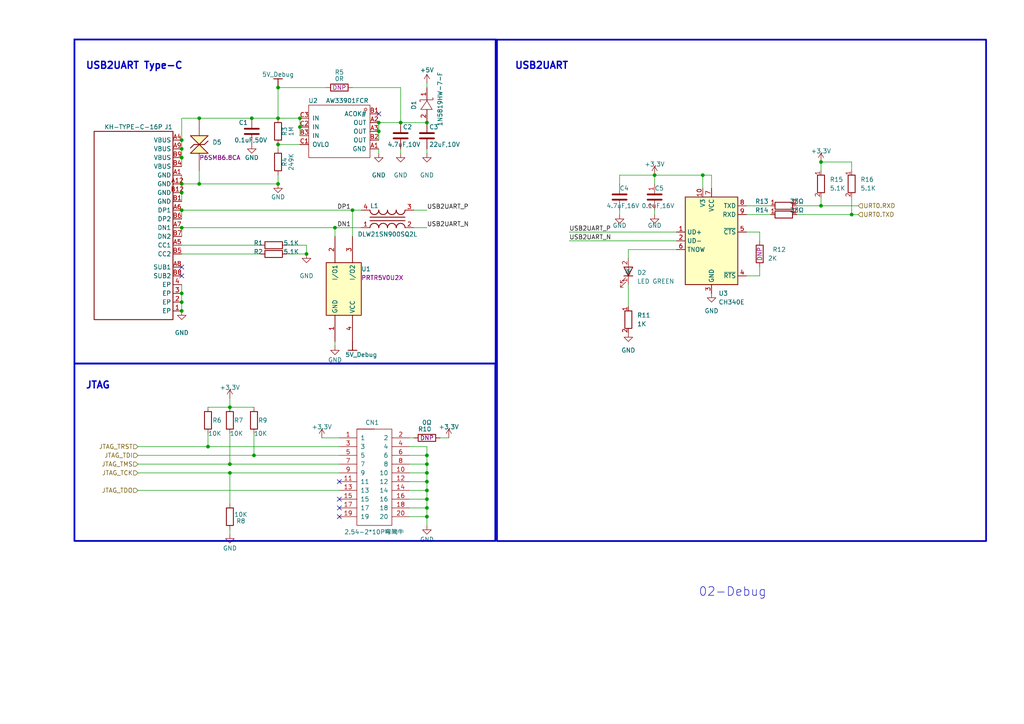
<source format=kicad_sch>
(kicad_sch (version 20230121) (generator eeschema)
  (paper "A4")
  (title_block (title "HPM6750 ADC EVK") (date "2023-5-25") (rev "A"))
  (lib_symbols
    (symbol "02_HPM_Resis:10K" (pin_numbers hide) (pin_names (offset 0))
      (property "Reference" "R" (at -3.81 0.635 0))
      (property "Value" "10K" (at 4.445 0.635 0))
      (symbol "10K_0_1"
        (rectangle (start 2.54 -1.016) (end -2.54 1.016) (stroke (width 0.254)))
      )
      (symbol "10K_1_1"
        (pin passive line (at -3.81 0 0) (length 1.27) (name "~") (number "1"))
        (pin passive line (at 3.81 0 180) (length 1.27) (name "~") (number "2"))
      )
    )
    (symbol "02_HPM_Resis:5.1K" (pin_numbers hide) (pin_names (offset 0))
      (property "Reference" "R" (at -3.81 0.635 0))
      (property "Value" "5.1K" (at 5.08 0.635 0))
      (symbol "5.1K_0_1"
        (rectangle (start 2.54 -1.016) (end -2.54 1.016) (stroke (width 0.254)))
      )
      (symbol "5.1K_1_1"
        (pin passive line (at -3.81 0 0) (length 1.27) (name "~") (number "1"))
        (pin passive line (at 3.81 0 180) (length 1.27) (name "~") (number "2"))
      )
    )
    (symbol "03_HPM_CAP:0.1uF,16V" (pin_names (offset 0.254))
      (property "Reference" "C" (at 0.635 2.54 0))
      (property "Value" "0.1uF,16V" (at 0.635 -2.54 0))
      (symbol "0.1uF,16V_0_1"
        (polyline (pts (xy -2.032 -0.762) (xy 2.032 -0.762)) (stroke (width 0.508)))
        (polyline (pts (xy -2.032 0.762) (xy 2.032 0.762)) (stroke (width 0.508)))
      )
      (symbol "0.1uF,16V_1_1"
        (pin passive line (at 0 3.81 270) (length 2.794) (name "~") (number "1"))
        (pin passive line (at 0 -3.81 90) (length 2.794) (name "~") (number "2"))
      )
    )
    (symbol "03_HPM_CAP:0.1uF,50V" (pin_numbers hide) (pin_names (offset 0.254))
      (property "Reference" "C" (at 0.635 2.54 0))
      (property "Value" "0.1uF,50V" (at 0.635 -2.54 0))
      (symbol "0.1uF,50V_0_1"
        (polyline (pts (xy -2.032 -0.762) (xy 2.032 -0.762)) (stroke (width 0.508)))
        (polyline (pts (xy -2.032 0.762) (xy 2.032 0.762)) (stroke (width 0.508)))
      )
      (symbol "0.1uF,50V_1_1"
        (pin passive line (at 0 3.81 270) (length 2.794) (name "~") (number "1"))
        (pin passive line (at 0 -3.81 90) (length 2.794) (name "~") (number "2"))
      )
    )
    (symbol "03_HPM_CAP:22uF,10V" (pin_numbers hide) (pin_names (offset 0.254))
      (property "Reference" "C" (at 0.635 2.54 0))
      (property "Value" "22uF,10V" (at 0.635 -2.54 0))
      (symbol "22uF,10V_0_1"
        (polyline (pts (xy -2.032 -0.762) (xy 2.032 -0.762)) (stroke (width 0.508)))
        (polyline (pts (xy -2.032 0.762) (xy 2.032 0.762)) (stroke (width 0.508)))
      )
      (symbol "22uF,10V_1_1"
        (pin passive line (at 0 3.81 270) (length 2.794) (name "~") (number "1"))
        (pin passive line (at 0 -3.81 90) (length 2.794) (name "~") (number "2"))
      )
    )
    (symbol "03_HPM_CAP:4.7uF,10V" (pin_numbers hide) (pin_names (offset 0.254))
      (property "Reference" "C" (at 0.635 2.54 0))
      (property "Value" "4.7uF,10V" (at 0.635 -2.54 0))
      (symbol "4.7uF,10V_0_1"
        (polyline (pts (xy -2.032 -0.762) (xy 2.032 -0.762)) (stroke (width 0.508)))
        (polyline (pts (xy -2.032 0.762) (xy 2.032 0.762)) (stroke (width 0.508)))
      )
      (symbol "4.7uF,10V_1_1"
        (pin passive line (at 0 3.81 270) (length 2.794) (name "~") (number "1"))
        (pin passive line (at 0 -3.81 90) (length 2.794) (name "~") (number "2"))
      )
    )
    (symbol "04_HPM_Diode: 1N5819HW-7-F" (pin_names (offset 1.016) hide)
      (property "Reference" "D" (at -10.16 3.175 0))
      (property "Value" " 1N5819HW-7-F" (at -0.635 3.175 0))
      (symbol " 1N5819HW-7-F_1_1"
        (polyline (pts (xy 1.27 1.524) (xy -1.27 0) (xy -1.27 0) (xy 1.27 -1.778) (xy 1.27 -1.778) (xy 1.27 1.524)))
        (polyline (pts (xy -2.032 1.524) (xy -2.032 1.778) (xy -2.032 1.778) (xy -1.524 1.778) (xy -1.524 1.778) (xy -1.524 -2.032) (xy -1.524 -2.032) (xy -1.016 -2.032) (xy -1.016 -2.032) (xy -1.016 -1.778)))
        (pin input line (at -5.08 0 0) (length 3.81) (name "K") (number "1"))
        (pin input line (at 5.08 0 180) (length 3.81) (name "A") (number "2"))
      )
    )
    (symbol "04_HPM_Diode:LED GREEN" (pin_names (offset 1.016))
      (property "Reference" "D" (at 0 2.54 0))
      (property "Value" "LED GREEN" (at 2.54 -2.54 0))
      (symbol "LED GREEN_0_1"
        (polyline (pts (xy -1.27 -1.27) (xy -1.27 1.27)) (stroke (width 0.254)))
        (polyline (pts (xy -1.27 0) (xy 1.27 0)))
        (polyline (pts (xy 1.27 -1.27) (xy 1.27 1.27) (xy -1.27 0) (xy 1.27 -1.27)) (stroke (width 0.254)))
        (polyline (pts (xy -3.048 -0.762) (xy -4.572 -2.286) (xy -3.81 -2.286) (xy -4.572 -2.286) (xy -4.572 -1.524)))
        (polyline (pts (xy -1.778 -0.762) (xy -3.302 -2.286) (xy -2.54 -2.286) (xy -3.302 -2.286) (xy -3.302 -1.524)))
      )
      (symbol "LED GREEN_1_1"
        (pin passive line (at -3.81 0 0) (length 2.54) (name "K") (number "1"))
        (pin passive line (at 3.81 0 180) (length 2.54) (name "A") (number "2"))
      )
    )
    (symbol "06_HPM_IC:AW33901FCR" (pin_names (offset 1.016))
      (property "Reference" "U" (at -7.62 8.89 0))
      (property "Value" "AW33901FCR" (at 0 8.89 0))
      (symbol "AW33901FCR_1_1"
        (rectangle (start -8.89 7.62) (end 8.89 -7.62))
        (circle (center 7.62 6.35) (radius 0.381))
        (pin input line (at 11.43 -5.08 180) (length 2.54) (name "GND") (number "A1"))
        (pin input line (at 11.43 2.54 180) (length 2.54) (name "OUT") (number "A2"))
        (pin input line (at 11.43 0 180) (length 2.54) (name "OUT") (number "A3"))
        (pin input line (at 11.43 5.08 180) (length 2.54) (name "ACOK#") (number "B1"))
        (pin input line (at 11.43 -2.54 180) (length 2.54) (name "OUT") (number "B2"))
        (pin input line (at -11.43 -1.27 0) (length 2.54) (name "IN") (number "B3"))
        (pin input line (at -11.43 -3.81 0) (length 2.54) (name "OVLO") (number "C1"))
        (pin input line (at -11.43 1.27 0) (length 2.54) (name "IN") (number "C2"))
        (pin input line (at -11.43 3.81 0) (length 2.54) (name "IN") (number "C3"))
      )
    )
    (symbol "07_HPM_L:DLW21SN900SQ2L"
      (property "Reference" "L" (at 0 0 0))
      (property "Value" "DLW21SN900SQ2L" (at 8.89 -9.525 0))
      (symbol "DLW21SN900SQ2L_1_0"
        (polyline (pts (xy 3.81 -5.588) (xy 13.97 -5.588)) (stroke (width 0.254)))
        (polyline (pts (xy 3.81 -4.572) (xy 13.97 -4.572)) (stroke (width 0.254)))
        (arc (start 3.81 -2.54) (mid 5.08 -3.8045) (end 6.35 -2.54) (stroke (width 0.254)))
        (arc (start 6.35 -7.62) (mid 5.08 -6.3555) (end 3.81 -7.62) (stroke (width 0.254)))
        (arc (start 6.35 -2.54) (mid 7.62 -3.8045) (end 8.89 -2.54) (stroke (width 0.254)))
        (arc (start 8.89 -7.62) (mid 7.62 -6.3555) (end 6.35 -7.62) (stroke (width 0.254)))
        (arc (start 8.89 -2.54) (mid 10.16 -3.8045) (end 11.43 -2.54) (stroke (width 0.254)))
        (arc (start 11.43 -7.62) (mid 10.16 -6.3555) (end 8.89 -7.62) (stroke (width 0.254)))
        (arc (start 11.43 -2.54) (mid 12.7 -3.8045) (end 13.97 -2.54) (stroke (width 0.254)))
        (arc (start 13.97 -7.62) (mid 12.7 -6.3555) (end 11.43 -7.62) (stroke (width 0.254)))
        (pin passive line (at 1.27 -7.62 0) (length 2.54) (name "") (number "1"))
        (pin passive line (at 16.51 -7.62 180) (length 2.54) (name "") (number "2"))
        (pin passive line (at 16.51 -2.54 180) (length 2.54) (name "") (number "3"))
        (pin passive line (at 1.27 -2.54 0) (length 2.54) (name "") (number "4"))
      )
    )
    (symbol "1HPM0531:KH-TYPE-C-16P"
      (property "Reference" "J" (at 21.59 1.27 0))
      (property "Value" "KH-TYPE-C-16P" (at 11.43 1.27 0))
      (symbol "KH-TYPE-C-16P_1_0"
        (rectangle (start 0 0) (end 22.86 -54.61) (stroke (width 0.254)))
        (pin passive line (at 25.4 -52.07 180) (length 2.54) (name "EP") (number "1"))
        (pin passive line (at 25.4 -49.53 180) (length 2.54) (name "EP") (number "2"))
        (pin passive line (at 25.4 -46.99 180) (length 2.54) (name "EP") (number "3"))
        (pin passive line (at 25.4 -44.45 180) (length 2.54) (name "EP") (number "4"))
        (pin passive line (at 25.4 -12.7 180) (length 2.54) (name "GND") (number "A1"))
        (pin passive line (at 25.4 -15.24 180) (length 2.54) (name "GND") (number "A12"))
        (pin passive line (at 25.4 -2.54 180) (length 2.54) (name "VBUS") (number "A4"))
        (pin passive line (at 25.4 -33.02 180) (length 2.54) (name "CC1") (number "A5"))
        (pin passive line (at 25.4 -22.86 180) (length 2.54) (name "DP1") (number "A6"))
        (pin passive line (at 25.4 -27.94 180) (length 2.54) (name "DN1") (number "A7"))
        (pin passive line (at 25.4 -39.37 180) (length 2.54) (name "SUB1") (number "A8"))
        (pin passive line (at 25.4 -5.08 180) (length 2.54) (name "VBUS") (number "A9"))
        (pin passive line (at 25.4 -20.32 180) (length 2.54) (name "GND") (number "B1"))
        (pin passive line (at 25.4 -17.78 180) (length 2.54) (name "GND") (number "B12"))
        (pin passive line (at 25.4 -10.16 180) (length 2.54) (name "VBUS") (number "B4"))
        (pin passive line (at 25.4 -35.56 180) (length 2.54) (name "CC2") (number "B5"))
        (pin passive line (at 25.4 -25.4 180) (length 2.54) (name "DP2") (number "B6"))
        (pin passive line (at 25.4 -30.48 180) (length 2.54) (name "DN2") (number "B7"))
        (pin passive line (at 25.4 -41.91 180) (length 2.54) (name "SUB2") (number "B8"))
        (pin passive line (at 25.4 -7.62 180) (length 2.54) (name "VBUS") (number "B9"))
      )
    )
    (symbol "1HPM0531:Z-231011820106" (pin_names (offset 1.016))
      (property "Reference" "CN" (at 0 0 0))
      (property "Value" "Z-231011820106" (at 0 0 0))
      (symbol "Z-231011820106_1_1"
        (rectangle (start -5.08 -13.97) (end 5.08 13.97))
        (polyline (pts (xy -5.08 13.97) (xy 0 13.97)))
        (pin input line (at -10.16 11.43 0) (length 5.08) (name "1") (number "1"))
        (pin input line (at 10.16 1.27 180) (length 5.08) (name "10") (number "10"))
        (pin input line (at -10.16 -1.27 0) (length 5.08) (name "11") (number "11"))
        (pin input line (at 10.16 -1.27 180) (length 5.08) (name "12") (number "12"))
        (pin input line (at -10.16 -3.81 0) (length 5.08) (name "13") (number "13"))
        (pin input line (at 10.16 -3.81 180) (length 5.08) (name "14") (number "14"))
        (pin input line (at -10.16 -6.35 0) (length 5.08) (name "15") (number "15"))
        (pin input line (at 10.16 -6.35 180) (length 5.08) (name "16") (number "16"))
        (pin input line (at -10.16 -8.89 0) (length 5.08) (name "17") (number "17"))
        (pin input line (at 10.16 -8.89 180) (length 5.08) (name "18") (number "18"))
        (pin input line (at -10.16 -11.43 0) (length 5.08) (name "19") (number "19"))
        (pin input line (at 10.16 11.43 180) (length 5.08) (name "2") (number "2"))
        (pin input line (at 10.16 -11.43 180) (length 5.08) (name "20") (number "20"))
        (pin input line (at -10.16 8.89 0) (length 5.08) (name "3") (number "3"))
        (pin input line (at 10.16 8.89 180) (length 5.08) (name "4") (number "4"))
        (pin input line (at -10.16 6.35 0) (length 5.08) (name "5") (number "5"))
        (pin input line (at 10.16 6.35 180) (length 5.08) (name "6") (number "6"))
        (pin input line (at -10.16 3.81 0) (length 5.08) (name "7") (number "7"))
        (pin input line (at 10.16 3.81 180) (length 5.08) (name "8") (number "8"))
        (pin input line (at -10.16 1.27 0) (length 5.08) (name "9") (number "9"))
      )
    )
    (symbol "456-altium-import:3_mirrored_PRTR5V0U2X"
      (property "Value" "3_mirrored_PRTR5V0U2X" (at 0 0 0))
      (symbol "3_mirrored_PRTR5V0U2X_1_0"
        (rectangle (start 10.16 0) (end 0 -15.24) (stroke (width 0.254)) (fill (type background)))
        (pin passive line (at 2.54 -22.86 90) (length 7.62) (name "GND") (number "1"))
        (pin passive line (at 2.54 7.62 270) (length 7.62) (name "I/O1") (number "2"))
        (pin passive line (at 7.62 7.62 270) (length 7.62) (name "I/O2") (number "3"))
        (pin passive line (at 7.62 -22.86 90) (length 7.62) (name "VCC") (number "4"))
      )
    )
    (symbol "456-altium-import:5V_Debug" (power)
      (property "Reference" "#PWR" (at 0 0 0))
      (property "Value" "5V_Debug" (at 0 3.81 0))
      (symbol "5V_Debug_0_0"
        (polyline (pts (xy -1.27 -2.54) (xy 1.27 -2.54)) (stroke (width 0.254)))
        (polyline (pts (xy 0 0) (xy 0 -2.54)) (stroke (width 0.254)))
        (pin power_in line (at 0 0 0) (length 0) hide (name "5V_Debug") (number ""))
      )
    )
    (symbol "5.1K_3" (pin_names (offset 0))
      (property "Reference" "R" (at -3.81 0.635 0))
      (property "Value" "5.1K_3" (at 5.08 0.635 0))
      (symbol "5.1K_3_0_1"
        (rectangle (start 2.54 -1.016) (end -2.54 1.016) (stroke (width 0.254)))
      )
      (symbol "5.1K_3_1_1"
        (pin passive line (at -3.81 0 0) (length 1.27) (name "~") (number "1"))
        (pin passive line (at 3.81 0 180) (length 1.27) (name "~") (number "2"))
      )
    )
    (symbol "5.1K_4" (pin_names (offset 0))
      (property "Reference" "R" (at -3.81 0.635 0))
      (property "Value" "5.1K_4" (at 5.08 0.635 0))
      (symbol "5.1K_4_0_1"
        (rectangle (start 2.54 -1.016) (end -2.54 1.016) (stroke (width 0.254)))
      )
      (symbol "5.1K_4_1_1"
        (pin passive line (at -3.81 0 0) (length 1.27) (name "~") (number "1"))
        (pin passive line (at 3.81 0 180) (length 1.27) (name "~") (number "2"))
      )
    )
    (symbol "5.1K_5" (pin_names (offset 0))
      (property "Reference" "R" (at -3.81 0.635 0))
      (property "Value" "5.1K_5" (at 5.08 0.635 0))
      (symbol "5.1K_5_0_1"
        (rectangle (start 2.54 -1.016) (end -2.54 1.016) (stroke (width 0.254)))
      )
      (symbol "5.1K_5_1_1"
        (pin passive line (at -3.81 0 0) (length 1.27) (name "~") (number "1"))
        (pin passive line (at 3.81 0 180) (length 1.27) (name "~") (number "2"))
      )
    )
    (symbol "5.1K_6" (pin_names (offset 0))
      (property "Reference" "R" (at -3.81 0.635 0))
      (property "Value" "5.1K_6" (at 5.08 0.635 0))
      (symbol "5.1K_6_0_1"
        (rectangle (start 2.54 -1.016) (end -2.54 1.016) (stroke (width 0.254)))
      )
      (symbol "5.1K_6_1_1"
        (pin passive line (at -3.81 0 0) (length 1.27) (name "~") (number "1"))
        (pin passive line (at 3.81 0 180) (length 1.27) (name "~") (number "2"))
      )
    )
    (symbol "5.1K_7" (pin_names (offset 0))
      (property "Reference" "R" (at -3.81 0.635 0))
      (property "Value" "5.1K_7" (at 5.08 0.635 0))
      (symbol "5.1K_7_0_1"
        (rectangle (start 2.54 -1.016) (end -2.54 1.016) (stroke (width 0.254)))
      )
      (symbol "5.1K_7_1_1"
        (pin passive line (at -3.81 0 0) (length 1.27) (name "~") (number "1"))
        (pin passive line (at 3.81 0 180) (length 1.27) (name "~") (number "2"))
      )
    )
    (symbol "Device:R" (pin_numbers hide) (pin_names (offset 0))
      (property "Reference" "R" (at 2.032 0 90))
      (property "Value" "R" (at 0 0 90))
      (symbol "R_0_1"
        (rectangle (start -1.016 -2.54) (end 1.016 2.54) (stroke (width 0.254)))
      )
      (symbol "R_1_1"
        (pin passive line (at 0 3.81 270) (length 1.27) (name "~") (number "1"))
        (pin passive line (at 0 -3.81 90) (length 1.27) (name "~") (number "2"))
      )
    )
    (symbol "Interface_USB:CH340E"
      (property "Reference" "U" (at -5.08 13.97 0))
      (property "Value" "CH340E" (at 1.27 13.97 0))
      (symbol "CH340E_0_1"
        (rectangle (start -7.62 12.7) (end 7.62 -12.7) (stroke (width 0.254)) (fill (type background)))
      )
      (symbol "CH340E_1_1"
        (pin bidirectional line (at -10.16 2.54 0) (length 2.54) (name "UD+") (number "1"))
        (pin passive line (at -2.54 15.24 270) (length 2.54) (name "V3") (number "10"))
        (pin bidirectional line (at -10.16 0 0) (length 2.54) (name "UD-") (number "2"))
        (pin power_in line (at 0 -15.24 90) (length 2.54) (name "GND") (number "3"))
        (pin output line (at 10.16 -10.16 180) (length 2.54) (name "~{RTS}") (number "4"))
        (pin input line (at 10.16 2.54 180) (length 2.54) (name "~{CTS}") (number "5"))
        (pin output line (at -10.16 -2.54 0) (length 2.54) (name "TNOW") (number "6"))
        (pin power_in line (at 0 15.24 270) (length 2.54) (name "VCC") (number "7"))
        (pin output line (at 10.16 10.16 180) (length 2.54) (name "TXD") (number "8"))
        (pin input line (at 10.16 7.62 180) (length 2.54) (name "RXD") (number "9"))
      )
    )
    (symbol "lc_Diode:SMB/DO-214AA_P6SMB6.8CA" (pin_numbers hide) (pin_names (offset 1.016) hide)
      (property "Reference" "D" (at -0.0254 1.27 0))
      (property "Comment" "P6SMB6.8CA" (at 3.7846 1.27 0))
      (symbol "SMB/DO-214AA_P6SMB6.8CA_1_1"
        (polyline (pts (xy 5.08 -5.08) (xy 7.62 -2.54) (xy 5.08 0) (xy 5.08 -5.08)) (stroke (width 0.254)) (fill (type background)))
        (polyline (pts (xy 8.636 -5.08) (xy 7.62 -4.064) (xy 7.62 -1.016) (xy 6.604 0)) (stroke (width 0.254)))
        (polyline (pts (xy 10.16 -5.08) (xy 7.62 -2.54) (xy 10.16 0) (xy 10.16 -5.08)) (stroke (width 0.254)) (fill (type background)))
        (pin passive line (at 0 -2.54 0) (length 5.08) (name "A") (number "1"))
        (pin passive line (at 15.24 -2.54 180) (length 5.08) (name "K") (number "2"))
      )
    )
    (symbol "power:+3.3V" (power) (pin_names (offset 0))
      (property "Value" "+3.3V" (at 0 3.556 0))
      (symbol "+3.3V_0_1"
        (polyline (pts (xy -0.762 1.27) (xy 0 2.54)))
        (polyline (pts (xy 0 0) (xy 0 2.54)))
        (polyline (pts (xy 0 2.54) (xy 0.762 1.27)))
      )
      (symbol "+3.3V_1_1"
        (pin power_in line (at 0 0 90) (length 0) hide (name "+3.3V") (number "1"))
      )
    )
    (symbol "power:+5V" (power) (pin_names (offset 0))
      (property "Value" "+5V" (at 0 3.556 0))
      (symbol "+5V_0_1"
        (polyline (pts (xy -0.762 1.27) (xy 0 2.54)))
        (polyline (pts (xy 0 0) (xy 0 2.54)))
        (polyline (pts (xy 0 2.54) (xy 0.762 1.27)))
      )
      (symbol "+5V_1_1"
        (pin power_in line (at 0 0 90) (length 0) hide (name "+5V") (number "1"))
      )
    )
    (symbol "power:GND" (power) (pin_names (offset 0))
      (property "Value" "GND" (at 0 -3.81 0))
      (symbol "GND_0_1"
        (polyline (pts (xy 0 0) (xy 0 -1.27) (xy 1.27 -1.27) (xy 0 -2.54) (xy -1.27 -1.27) (xy 0 -1.27)))
      )
      (symbol "GND_1_1"
        (pin power_in line (at 0 0 270) (length 0) hide (name "GND") (number "1"))
      )
    )
  )
  (junction (at 123.825 147.32))
  (junction (at 52.705 43.18))
  (junction (at 88.9 73.66))
  (junction (at 66.675 118.11))
  (junction (at 80.645 25.4))
  (junction (at 123.825 144.78))
  (junction (at 109.855 35.56))
  (junction (at 102.235 60.96))
  (junction (at 52.705 45.72))
  (junction (at 123.825 142.24))
  (junction (at 52.705 85.09))
  (junction (at 123.825 35.56))
  (junction (at 80.645 34.29))
  (junction (at 73.025 34.29))
  (junction (at 123.825 132.08))
  (junction (at 73.66 132.08))
  (junction (at 123.825 149.86))
  (junction (at 57.785 34.29))
  (junction (at 123.825 134.62))
  (junction (at 66.675 137.16))
  (junction (at 52.705 87.63))
  (junction (at 57.785 53.34))
  (junction (at 238.125 46.99))
  (junction (at 238.125 59.69))
  (junction (at 86.995 34.29))
  (junction (at 97.155 66.04))
  (junction (at 80.645 41.91))
  (junction (at 116.205 35.56))
  (junction (at 60.325 129.54))
  (junction (at 123.825 139.7))
  (junction (at 52.705 53.34))
  (junction (at 52.705 60.96))
  (junction (at 52.705 55.88))
  (junction (at 80.645 53.34))
  (junction (at 52.705 66.04))
  (junction (at 66.675 134.62))
  (junction (at 52.705 90.17))
  (junction (at 123.825 137.16))
  (junction (at 52.705 40.64))
  (junction (at 247.015 62.23))
  (junction (at 189.865 50.8))
  (junction (at 109.855 38.1))
  (junction (at 86.995 36.83))
  (junction (at 203.835 50.8))
  (no_connect (at 52.705 80.01))
  (no_connect (at 98.425 144.78))
  (no_connect (at 98.425 147.32))
  (no_connect (at 98.425 149.86))
  (no_connect (at 109.855 33.02))
  (no_connect (at 98.425 139.7))
  (no_connect (at 52.705 77.47))
  (wire (pts (xy 206.375 50.8) (xy 206.375 54.61)))
  (wire (pts (xy 123.825 147.32) (xy 123.825 149.86)))
  (wire (pts (xy 73.66 132.08) (xy 73.66 125.73)))
  (wire (pts (xy 52.705 48.26) (xy 52.705 45.72)))
  (wire (pts (xy 123.825 132.08) (xy 123.825 134.62)))
  (wire (pts (xy 216.535 67.31) (xy 220.345 67.31)))
  (wire (pts (xy 118.745 132.08) (xy 123.825 132.08)))
  (wire (pts (xy 60.325 118.11) (xy 66.675 118.11)))
  (wire (pts (xy 52.705 87.63) (xy 52.705 90.17)))
  (wire (pts (xy 123.825 25.4) (xy 123.825 24.13)))
  (wire (pts (xy 60.325 129.54) (xy 60.325 125.73)))
  (wire (pts (xy 123.825 134.62) (xy 123.825 137.16)))
  (wire (pts (xy 80.645 25.4) (xy 94.615 25.4)))
  (wire (pts (xy 66.675 134.62) (xy 98.425 134.62)))
  (wire (pts (xy 66.675 125.73) (xy 66.675 134.62)))
  (wire (pts (xy 52.705 82.55) (xy 52.705 85.09)))
  (wire (pts (xy 109.855 35.56) (xy 116.205 35.56)))
  (wire (pts (xy 238.125 57.15) (xy 238.125 59.69)))
  (wire (pts (xy 40.005 132.08) (xy 73.66 132.08)))
  (wire (pts (xy 66.675 137.16) (xy 98.425 137.16)))
  (wire (pts (xy 182.245 72.39) (xy 182.245 74.93)))
  (wire (pts (xy 57.785 34.29) (xy 73.025 34.29)))
  (wire (pts (xy 127.635 127) (xy 130.175 127)))
  (wire (pts (xy 57.785 49.53) (xy 57.785 53.34)))
  (wire (pts (xy 123.825 44.45) (xy 123.825 43.18)))
  (wire (pts (xy 203.835 50.8) (xy 206.375 50.8)))
  (wire (pts (xy 118.745 137.16) (xy 123.825 137.16)))
  (wire (pts (xy 66.675 115.57) (xy 66.675 118.11)))
  (wire (pts (xy 123.825 137.16) (xy 123.825 139.7)))
  (wire (pts (xy 52.705 55.88) (xy 52.705 58.42)))
  (wire (pts (xy 116.205 35.56) (xy 123.825 35.56)))
  (wire (pts (xy 86.995 34.29) (xy 86.995 36.83)))
  (wire (pts (xy 52.705 60.96) (xy 102.235 60.96)))
  (wire (pts (xy 118.745 139.7) (xy 123.825 139.7)))
  (wire (pts (xy 179.705 50.8) (xy 189.865 50.8)))
  (wire (pts (xy 116.205 25.4) (xy 116.205 35.56)))
  (wire (pts (xy 60.325 129.54) (xy 98.425 129.54)))
  (wire (pts (xy 52.705 66.04) (xy 52.705 68.58)))
  (wire (pts (xy 52.705 85.09) (xy 52.705 87.63)))
  (wire (pts (xy 80.645 41.91) (xy 86.995 41.91)))
  (wire (pts (xy 118.745 144.78) (xy 123.825 144.78)))
  (wire (pts (xy 123.825 139.7) (xy 123.825 142.24)))
  (wire (pts (xy 66.675 154.94) (xy 66.675 153.67)))
  (wire (pts (xy 220.345 80.01) (xy 216.535 80.01)))
  (wire (pts (xy 66.675 137.16) (xy 66.675 146.05)))
  (wire (pts (xy 248.92 62.23) (xy 247.015 62.23)))
  (wire (pts (xy 109.855 40.64) (xy 109.855 38.1)))
  (wire (pts (xy 203.835 54.61) (xy 203.835 50.8)))
  (wire (pts (xy 80.645 25.4) (xy 80.645 34.29)))
  (wire (pts (xy 189.865 60.96) (xy 189.865 62.23)))
  (wire (pts (xy 120.015 127) (xy 118.745 127)))
  (wire (pts (xy 123.825 152.4) (xy 123.825 149.86)))
  (wire (pts (xy 52.705 34.29) (xy 57.785 34.29)))
  (wire (pts (xy 73.025 34.29) (xy 80.645 34.29)))
  (wire (pts (xy 52.705 40.64) (xy 52.705 34.29)))
  (wire (pts (xy 231.14 59.69) (xy 238.125 59.69)))
  (wire (pts (xy 102.235 60.96) (xy 102.235 68.58)))
  (wire (pts (xy 120.015 60.96) (xy 123.825 60.96)))
  (wire (pts (xy 223.52 62.23) (xy 216.535 62.23)))
  (wire (pts (xy 52.705 60.96) (xy 52.705 63.5)))
  (wire (pts (xy 97.155 100.33) (xy 97.155 99.06)))
  (wire (pts (xy 109.855 38.1) (xy 109.855 35.56)))
  (wire (pts (xy 102.235 60.96) (xy 104.775 60.96)))
  (wire (pts (xy 52.705 66.04) (xy 97.155 66.04)))
  (wire (pts (xy 123.825 142.24) (xy 123.825 144.78)))
  (wire (pts (xy 189.865 50.8) (xy 189.865 53.34)))
  (wire (pts (xy 57.785 53.34) (xy 80.645 53.34)))
  (wire (pts (xy 165.1 67.31) (xy 196.215 67.31)))
  (wire (pts (xy 223.52 59.69) (xy 216.535 59.69)))
  (wire (pts (xy 80.645 34.29) (xy 86.995 34.29)))
  (wire (pts (xy 247.015 57.15) (xy 247.015 62.23)))
  (wire (pts (xy 231.14 62.23) (xy 247.015 62.23)))
  (wire (pts (xy 86.995 36.83) (xy 86.995 39.37)))
  (wire (pts (xy 80.645 50.8) (xy 80.645 53.34)))
  (wire (pts (xy 165.1 69.85) (xy 196.215 69.85)))
  (wire (pts (xy 220.345 77.47) (xy 220.345 80.01)))
  (wire (pts (xy 118.745 142.24) (xy 123.825 142.24)))
  (wire (pts (xy 182.245 88.9) (xy 182.245 82.55)))
  (wire (pts (xy 179.705 53.34) (xy 179.705 50.8)))
  (wire (pts (xy 52.705 50.8) (xy 52.705 53.34)))
  (wire (pts (xy 97.155 66.04) (xy 104.775 66.04)))
  (wire (pts (xy 93.345 127) (xy 98.425 127)))
  (wire (pts (xy 118.745 129.54) (xy 123.825 129.54)))
  (wire (pts (xy 118.745 147.32) (xy 123.825 147.32)))
  (wire (pts (xy 247.015 46.99) (xy 247.015 49.53)))
  (wire (pts (xy 52.705 45.72) (xy 52.705 43.18)))
  (wire (pts (xy 88.9 71.12) (xy 88.9 73.66)))
  (wire (pts (xy 238.125 46.99) (xy 247.015 46.99)))
  (wire (pts (xy 196.215 72.39) (xy 182.245 72.39)))
  (wire (pts (xy 179.705 60.96) (xy 179.705 62.23)))
  (wire (pts (xy 238.125 46.99) (xy 238.125 49.53)))
  (wire (pts (xy 118.745 134.62) (xy 123.825 134.62)))
  (wire (pts (xy 102.235 25.4) (xy 116.205 25.4)))
  (wire (pts (xy 83.185 71.12) (xy 88.9 71.12)))
  (wire (pts (xy 120.015 66.04) (xy 123.825 66.04)))
  (wire (pts (xy 248.92 59.69) (xy 238.125 59.69)))
  (wire (pts (xy 80.645 43.18) (xy 80.645 41.91)))
  (wire (pts (xy 73.66 132.08) (xy 98.425 132.08)))
  (wire (pts (xy 116.205 44.45) (xy 116.205 43.18)))
  (wire (pts (xy 83.185 73.66) (xy 88.9 73.66)))
  (wire (pts (xy 40.005 134.62) (xy 66.675 134.62)))
  (wire (pts (xy 73.66 118.11) (xy 66.675 118.11)))
  (wire (pts (xy 189.865 50.8) (xy 203.835 50.8)))
  (wire (pts (xy 123.825 149.86) (xy 118.745 149.86)))
  (wire (pts (xy 109.855 44.45) (xy 109.855 43.18)))
  (wire (pts (xy 97.155 66.04) (xy 97.155 68.58)))
  (wire (pts (xy 40.005 137.16) (xy 66.675 137.16)))
  (wire (pts (xy 123.825 144.78) (xy 123.825 147.32)))
  (wire (pts (xy 40.005 142.24) (xy 98.425 142.24)))
  (wire (pts (xy 123.825 129.54) (xy 123.825 132.08)))
  (wire (pts (xy 52.705 43.18) (xy 52.705 40.64)))
  (wire (pts (xy 220.345 67.31) (xy 220.345 69.85)))
  (wire (pts (xy 52.705 73.66) (xy 75.565 73.66)))
  (wire (pts (xy 52.705 53.34) (xy 52.705 55.88)))
  (wire (pts (xy 52.705 71.12) (xy 75.565 71.12)))
  (wire (pts (xy 40.005 129.54) (xy 60.325 129.54)))
  (wire (pts (xy 52.705 53.34) (xy 57.785 53.34)))
  (rectangle (start 21.59 105.4608) (end 143.6624 156.8958) (stroke (width 0.5)))
  (rectangle (start 21.59 11.4554) (end 143.764 105.4354) (stroke (width 0.5)))
  (rectangle (start 144.145 11.5062) (end 286.004 156.9212) (stroke (width 0.5)))
  (text "USB2UART" (at 149.225 20.32 0) (effects (font (size 2 2) (thickness 0.4) bold) (justify left bottom)))
  (text "02-Debug" (at 202.5904 173.2534 0) (effects (font (size 2.54 2.54)) (justify left bottom)))
  (text "USB2UART Type-C" (at 24.765 20.32 0) (effects (font (size 2 2) (thickness 0.4) bold) (justify left bottom)))
  (text "JTAG" (at 24.765 113.03 0) (effects (font (size 2 2) (thickness 0.4) bold) (justify left bottom)))
  (label "USB2UART_P" (at 165.1 67.31 0))
  (label "USB2UART_N" (at 123.825 66.04 0))
  (label "USB2UART_N" (at 165.1 69.85 0))
  (label "DN1" (at 97.79 66.04 0))
  (label "DP1" (at 97.79 60.96 0))
  (label "USB2UART_P" (at 123.825 60.96 0))
  (hierarchical_label "JTAG_TRST" (shape input) (at 40.005 129.54 180))
  (hierarchical_label "JTAG_TCK" (shape input) (at 40.005 137.16 180))
  (hierarchical_label "JTAG_TMS" (shape input) (at 40.005 134.62 180))
  (hierarchical_label "JTAG_TDO" (shape input) (at 40.005 142.24 180))
  (hierarchical_label "URT0.RXD" (shape input) (at 248.92 59.69 0))
  (hierarchical_label "JTAG_TDI" (shape input) (at 40.005 132.08 180))
  (hierarchical_label "URT0.TXD" (shape input) (at 248.92 62.23 0))
  (symbol (lib_name "5.1K_7") (lib_id "02_HPM_Resis:5.1K") (at 182.245 92.71 270) (unit 1)
    (property "Reference" "R11" (at 184.785 91.44 90) (effects (justify left)))
    (property "Value" "1K" (at 184.785 93.98 90) (effects (justify left)))
    (property "Footprint" "02_HPM_Resis:R_0402_1005Metric" (effects hide))
    (instances (project "HPM5300_ADC_EVK_RevB" (path "" (reference "R11") (unit 1))) (project "Four_Servo_HPM6280_MB" (path "" (reference "R37") (unit 1))))
  )
  (symbol (lib_id "power:GND") (at 88.9 73.66 0) (unit 1)
    (property "Reference" "#PWR06" (effects hide))
    (property "Value" "GND" (at 88.9 80.01 0))
    (instances (project "HPM5300_ADC_EVK_RevB" (path "" (reference "#PWR06") (unit 1))) (project "Four_Servo_HPM6280_MB" (path "" (reference "#PWR064") (unit 1))))
  )
  (symbol (lib_id "02_HPM_Resis:10K") (at 80.645 46.99 90) (unit 1)
    (property "Reference" "R4" (at 82.55 46.99 0))
    (property "Value" "249K" (at 84.455 46.99 0))
    (property "Footprint" "02_HPM_Resis:R_0402_1005Metric" (effects hide))
    (instances (project "HPM5300_ADC_EVK_RevB" (path "" (reference "R4") (unit 1))) (project "Four_Servo_HPM6280_MB" (path "" (reference "R32") (unit 1))))
  )
  (symbol (lib_id "power:GND") (at 97.155 100.33 0) (unit 1)
    (property "Reference" "#PWR07" (effects hide))
    (property "Value" "GND" (at 97.1655 104.4038 0))
    (instances (project "HPM5300_ADC_EVK_RevB" (path "" (reference "#PWR07") (unit 1))) (project "Four_Servo_HPM6280_MB" (path "" (reference "#PWR065") (unit 1))))
  )
  (symbol (lib_id "power:GND") (at 123.825 152.4 0) (unit 1)
    (property "Reference" "#PWR016" (effects hide))
    (property "Value" "GND" (at 123.8355 156.4738 0))
    (instances (project "HPM5300_ADC_EVK_RevB" (path "" (reference "#PWR016") (unit 1))) (project "Four_Servo_HPM6280_MB" (path "" (reference "#PWR065") (unit 1))))
  )
  (symbol (lib_id "03_HPM_CAP:22uF,10V") (at 123.825 39.37 0) (unit 1)
    (property "Reference" "C3" (at 124.46 36.83 0) (effects (justify left)))
    (property "Value" "22uF,10V" (at 124.46 41.91 0) (effects (justify left)))
    (property "Footprint" "03_HPM_CAP:C_0805_2012Metric" (effects hide))
    (instances (project "HPM5300_ADC_EVK_RevB" (path "" (reference "C3") (unit 1))) (project "Four_Servo_HPM6280_MB" (path "" (reference "C40") (unit 1))))
  )
  (symbol (lib_id "Device:R") (at 123.825 127 90) (unit 1)
    (property "Reference" "R10" (at 123.19 124.46 90))
    (property "Value" "0Ω" (at 123.825 122.555 90))
    (property "Footprint" "Resistor_SMD:R_0402_1005Metric" (effects hide))
    (property "DNP" "DNP" (at 123.825 127 90))
    (instances (project "HPM5300_ADC_EVK_RevB" (path "" (reference "R10") (unit 1))) (project "Four_Servo_HPM6280_MB" (path "" (reference "R39") (unit 1))))
  )
  (symbol (lib_id "03_HPM_CAP:4.7uF,10V") (at 179.705 57.15 0) (unit 1)
    (property "Reference" "C4" (at 179.705 54.61 0) (effects (justify left)))
    (property "Value" "4.7uF,16V" (at 175.895 59.69 0) (effects (justify left)))
    (property "Footprint" "03_HPM_CAP:C_0402_1005Metric" (effects hide))
    (instances (project "HPM5300_ADC_EVK_RevB" (path "" (reference "C4") (unit 1))) (project "Four_Servo_HPM6280_MB" (path "" (reference "C32") (unit 1))))
  )
  (symbol (lib_id "07_HPM_L:DLW21SN900SQ2L") (at 103.505 58.42 0) (unit 1)
    (property "Reference" "L1" (at 108.585 59.69 0))
    (property "Value" "DLW21SN900SQ2L" (at 112.395 67.945 0))
    (property "Footprint" "04_HPM_Diode:SMD_4P_DLW21H" (effects hide))
    (instances (project "HPM5300_ADC_EVK_RevB" (path "" (reference "L1") (unit 1))) (project "Four_Servo_HPM6280_MB" (path "" (reference "L4") (unit 1))))
  )
  (symbol (lib_id "power:GND") (at 179.705 62.23 0) (unit 1)
    (property "Reference" "#PWR018" (effects hide))
    (property "Value" "GND" (at 179.705 65.405 0))
    (instances (project "HPM5300_ADC_EVK_RevB" (path "" (reference "#PWR018") (unit 1))) (project "Four_Servo_HPM6280_MB" (path "" (reference "#PWR073") (unit 1))))
  )
  (symbol (lib_id "456-altium-import:5V_Debug") (at 80.645 25.4 180) (unit 1)
    (property "Reference" "#PWR04" (effects hide))
    (property "Value" "5V_Debug" (at 80.645 21.59 0))
    (instances (project "HPM5300_ADC_EVK_RevB" (path "" (reference "#PWR04") (unit 1))) (project "Four_Servo_HPM6280_MB" (path "" (reference "#PWR060") (unit 1))))
  )
  (symbol (lib_id "power:GND") (at 182.245 96.52 0) (unit 1)
    (property "Reference" "#PWR019" (effects hide))
    (property "Value" "GND" (at 182.245 101.6 0))
    (instances (project "HPM5300_ADC_EVK_RevB" (path "" (reference "#PWR019") (unit 1))) (project "Four_Servo_HPM6280_MB" (path "" (reference "#PWR074") (unit 1))))
  )
  (symbol (lib_id "02_HPM_Resis:5.1K") (at 79.375 71.12 0) (unit 1)
    (property "Reference" "R1" (at 74.93 70.485 0))
    (property "Value" "5.1K" (at 84.455 70.485 0))
    (property "Footprint" "02_HPM_Resis:R_0402_1005Metric" (effects hide))
    (instances (project "HPM5300_ADC_EVK_RevB" (path "" (reference "R1") (unit 1))) (project "Four_Servo_HPM6280_MB" (path "" (reference "R29") (unit 1))))
  )
  (symbol (lib_id "power:GND") (at 80.645 53.34 0) (unit 1)
    (property "Reference" "#PWR03" (effects hide))
    (property "Value" "GND" (at 80.645 57.15 0))
    (instances (project "HPM5300_ADC_EVK_RevB" (path "" (reference "#PWR03") (unit 1))) (project "Four_Servo_HPM6280_MB" (path "" (reference "#PWR059") (unit 1))))
  )
  (symbol (lib_id "power:GND") (at 66.675 154.94 0) (unit 1)
    (property "Reference" "#PWR014" (effects hide))
    (property "Value" "GND" (at 66.6855 159.0138 0))
    (instances (project "HPM5300_ADC_EVK_RevB" (path "" (reference "#PWR014") (unit 1))) (project "Four_Servo_HPM6280_MB" (path "" (reference "#PWR065") (unit 1))))
  )
  (symbol (lib_id "power:GND") (at 116.205 44.45 0) (unit 1)
    (property "Reference" "#PWR010" (effects hide))
    (property "Value" "GND" (at 116.205 50.8 0))
    (instances (project "HPM5300_ADC_EVK_RevB" (path "" (reference "#PWR010") (unit 1))) (project "Four_Servo_HPM6280_MB" (path "" (reference "#PWR068") (unit 1))))
  )
  (symbol (lib_id "power:+3.3V") (at 93.345 127 0) (unit 1)
    (property "Reference" "#PWR076" (effects hide))
    (property "Value" "+3.3V" (at 93.345 123.825 0))
    (instances (project "HPM5300_ADC_EVK_RevB" (path "" (reference "#PWR076") (unit 1)) (path "" (reference "#PWR024") (unit 1))))
  )
  (symbol (lib_id "power:+5V") (at 123.825 24.13 0) (unit 1)
    (property "Reference" "#PWR012" (effects hide))
    (property "Value" "+5V" (at 123.825 20.32 0))
    (instances (project "HPM5300_ADC_EVK_RevB" (path "" (reference "#PWR012") (unit 1))) (project "Four_Servo_HPM6280_MB" (path "" (reference "#PWR076") (unit 1))))
  )
  (symbol (lib_id "power:GND") (at 73.025 41.91 0) (unit 1)
    (property "Reference" "#PWR02" (effects hide))
    (property "Value" "GND" (at 73.025 45.72 0))
    (instances (project "HPM5300_ADC_EVK_RevB" (path "" (reference "#PWR02") (unit 1))) (project "Four_Servo_HPM6280_MB" (path "" (reference "#PWR058") (unit 1))))
  )
  (symbol (lib_name "5.1K_5") (lib_id "02_HPM_Resis:5.1K") (at 238.125 53.34 270) (unit 1)
    (property "Reference" "R15" (at 240.665 52.0699 90) (effects (justify left)))
    (property "Value" "5.1K" (at 240.665 54.6099 90) (effects (justify left)))
    (property "Footprint" "02_HPM_Resis:R_0402_1005Metric" (effects hide))
    (instances (project "HPM5300_ADC_EVK_RevB" (path "" (reference "R15") (unit 1))) (project "Four_Servo_HPM6280_MB" (path "" (reference "R48") (unit 1))))
  )
  (symbol (lib_id "02_HPM_Resis:5.1K") (at 79.375 73.66 0) (unit 1)
    (property "Reference" "R2" (at 74.93 73.025 0))
    (property "Value" "5.1K" (at 84.455 73.025 0))
    (property "Footprint" "02_HPM_Resis:R_0402_1005Metric" (effects hide))
    (instances (project "HPM5300_ADC_EVK_RevB" (path "" (reference "R2") (unit 1))) (project "Four_Servo_HPM6280_MB" (path "" (reference "R30") (unit 1))))
  )
  (symbol (lib_id "Device:R") (at 66.675 149.86 180) (unit 1)
    (property "Reference" "R8" (at 69.85 151.13 0))
    (property "Value" "10K" (at 69.85 149.225 0))
    (property "Footprint" "02_HPM_Resis:R_0402_1005Metric" (effects hide))
    (instances (project "HPM5300_ADC_EVK_RevB" (path "" (reference "R8") (unit 1))) (project "Four_Servo_HPM6280_MB" (path "" (reference "R36") (unit 1))))
  )
  (symbol (lib_id "Device:R") (at 73.66 121.92 180) (unit 1)
    (property "Reference" "R9" (at 76.2 121.92 0))
    (property "Value" "10K" (at 75.565 125.73 0))
    (property "Footprint" "02_HPM_Resis:R_0402_1005Metric" (effects hide))
    (instances (project "HPM5300_ADC_EVK_RevB" (path "" (reference "R9") (unit 1))) (project "Four_Servo_HPM6280_MB" (path "" (reference "R38") (unit 1))))
  )
  (symbol (lib_id "power:GND") (at 123.825 44.45 0) (unit 1)
    (property "Reference" "#PWR011" (effects hide))
    (property "Value" "GND" (at 123.825 50.8 0))
    (instances (project "HPM5300_ADC_EVK_RevB" (path "" (reference "#PWR011") (unit 1))) (project "Four_Servo_HPM6280_MB" (path "" (reference "#PWR069") (unit 1))))
  )
  (symbol (lib_id "02_HPM_Resis:10K") (at 98.425 25.4 180) (unit 1)
    (property "Reference" "R5" (at 98.425 20.955 0))
    (property "Value" "0R" (at 98.425 22.86 0))
    (property "Footprint" "02_HPM_Resis:R_0805_2012Metric" (effects hide))
    (property "DNP" "DNP" (at 98.425 25.4 0))
    (instances (project "HPM5300_ADC_EVK_RevB" (path "" (reference "R5") (unit 1))) (project "Four_Servo_HPM6280_MB" (path "" (reference "R33") (unit 1))))
  )
  (symbol (lib_id "03_HPM_CAP:0.1uF,50V") (at 73.025 38.1 0) (unit 1)
    (property "Reference" "C1" (at 69.215 35.56 0) (effects (justify left)))
    (property "Value" "0.1uF,50V" (at 67.945 40.64 0) (effects (justify left)))
    (property "Footprint" "03_HPM_CAP:C_0402_1005Metric" (effects hide))
    (instances (project "HPM5300_ADC_EVK_RevB" (path "" (reference "C1") (unit 1))) (project "Four_Servo_HPM6280_MB" (path "" (reference "C33") (unit 1))))
  )
  (symbol (lib_id "1HPM0531:Z-231011820106") (at 108.585 138.43 0) (unit 1)
    (property "Reference" "CN1" (at 107.95 122.555 0))
    (property "Value" "2.54-2*10P弯简牛" (at 108.585 154.305 0))
    (property "Footprint" "05_HPM_Conn:IDC-TH_20P_90°" (effects hide))
    (property "SuppliersPartNumber" "C93700" (effects hide))
    (instances (project "HPM5300_ADC_EVK_RevB" (path "" (reference "CN1") (unit 1))) (project "Four_Servo_HPM6280_MB" (path "" (reference "CN5") (unit 1))))
  )
  (symbol (lib_id "power:+3.3V") (at 66.675 115.57 0) (unit 1)
    (property "Reference" "#PWR076" (effects hide))
    (property "Value" "+3.3V" (at 66.675 112.395 0))
    (instances (project "HPM5300_ADC_EVK_RevB" (path "" (reference "#PWR076") (unit 1)) (path "" (reference "#PWR013") (unit 1))))
  )
  (symbol (lib_id "power:+3.3V") (at 189.865 50.8 0) (unit 1)
    (property "Reference" "#PWR076" (effects hide))
    (property "Value" "+3.3V" (at 189.865 47.625 0))
    (instances (project "HPM5300_ADC_EVK_RevB" (path "" (reference "#PWR076") (unit 1)) (path "" (reference "#PWR020") (unit 1))))
  )
  (symbol (lib_id "Device:R") (at 66.675 121.92 180) (unit 1)
    (property "Reference" "R7" (at 69.215 121.92 0))
    (property "Value" "10K" (at 68.58 125.73 0))
    (property "Footprint" "02_HPM_Resis:R_0402_1005Metric" (effects hide))
    (instances (project "HPM5300_ADC_EVK_RevB" (path "" (reference "R7") (unit 1))) (project "Four_Servo_HPM6280_MB" (path "" (reference "R35") (unit 1))))
  )
  (symbol (lib_id "lc_Diode:SMB/DO-214AA_P6SMB6.8CA") (at 55.245 49.53 90) (unit 1)
    (property "Reference" "D5" (at 61.595 41.275 90) (effects (justify right)))
    (property "Value" "SMB/DO-214AA_P6SMB6.8CA" (effects hide))
    (property "Footprint" "lc_lib:SMB(DO-214AA)_S1" (effects hide))
    (property "Datasheet" "http://www.szlcsc.com/product/details_79530.html" (effects hide))
    (property "description" "TVS" (effects hide))
    (property "ComponentLink1Description" "供应商链接" (effects hide))
    (property "Package" "SMB/DO-214AA" (effects hide))
    (property "Supplier" "LC" (effects hide))
    (property "SuppliersPartNumber" "C78395" (effects hide))
    (property "Comment" "P6SMB6.8CA" (at 57.785 45.72 90) (effects (justify right)))
  )
  (symbol (lib_id "04_HPM_Diode:LED GREEN") (at 182.245 78.74 270) (mirror x) (unit 1)
    (property "Reference" "D2" (at 184.785 79.0574 90) (effects (justify left)))
    (property "Value" "LED GREEN" (at 184.785 81.5974 90) (effects (justify left)))
    (property "Footprint" "04_HPM_Diode:LED" (effects hide))
    (instances (project "HPM5300_ADC_EVK_RevB" (path "" (reference "D2") (unit 1))) (project "Four_Servo_HPM6280_MB" (path "" (reference "D11") (unit 1))))
  )
  (symbol (lib_id "power:+3.3V") (at 238.125 46.99 0) (unit 1)
    (property "Reference" "#PWR076" (effects hide))
    (property "Value" "+3.3V" (at 238.125 43.815 0))
    (instances (project "HPM5300_ADC_EVK_RevB" (path "" (reference "#PWR076") (unit 1)) (path "" (reference "#PWR023") (unit 1))))
  )
  (symbol (lib_id "02_HPM_Resis:10K") (at 60.325 121.92 270) (unit 1)
    (property "Reference" "R6" (at 61.595 121.92 90) (effects (justify left)))
    (property "Value" "10K" (at 60.325 125.73 90) (effects (justify left)))
    (property "Footprint" "02_HPM_Resis:R_0402_1005Metric" (effects hide))
    (instances (project "HPM5300_ADC_EVK_RevB" (path "" (reference "R6") (unit 1))) (project "Four_Servo_HPM6280_MB" (path "" (reference "R34") (unit 1))))
  )
  (symbol (lib_name "5.1K_3") (lib_id "02_HPM_Resis:5.1K") (at 227.33 59.69 0) (unit 1)
    (property "Reference" "R13" (at 220.98 58.42 0))
    (property "Value" "33Ω" (at 231.14 58.42 0))
    (property "Footprint" "02_HPM_Resis:R_0402_1005Metric" (effects hide))
    (instances (project "HPM5300_ADC_EVK_RevB" (path "" (reference "R13") (unit 1))) (project "Four_Servo_HPM6280_MB" (path "" (reference "R45") (unit 1))))
  )
  (symbol (lib_id "03_HPM_CAP:0.1uF,16V") (at 189.865 57.15 0) (unit 1)
    (property "Reference" "C5" (at 189.865 54.61 0) (effects (justify left)))
    (property "Value" "0.1uF,16V" (at 186.055 59.69 0) (effects (justify left)))
    (property "Footprint" "03_HPM_CAP:C_0402_1005Metric" (effects hide))
    (instances (project "HPM5300_ADC_EVK_RevB" (path "" (reference "C5") (unit 1))) (project "Four_Servo_HPM6280_MB" (path "" (reference "C34") (unit 1))))
  )
  (symbol (lib_id "power:GND") (at 189.865 62.23 0) (unit 1)
    (property "Reference" "#PWR021" (effects hide))
    (property "Value" "GND" (at 189.865 65.405 0))
    (instances (project "HPM5300_ADC_EVK_RevB" (path "" (reference "#PWR021") (unit 1))) (project "Four_Servo_HPM6280_MB" (path "" (reference "#PWR077") (unit 1))))
  )
  (symbol (lib_id "03_HPM_CAP:4.7uF,10V") (at 116.205 39.37 0) (unit 1)
    (property "Reference" "C2" (at 116.84 36.83 0) (effects (justify left)))
    (property "Value" "4.7uF,10V" (at 112.395 41.91 0) (effects (justify left)))
    (property "Footprint" "03_HPM_CAP:C_0603_1608Metric" (effects hide))
    (instances (project "HPM5300_ADC_EVK_RevB" (path "" (reference "C2") (unit 1))) (project "Four_Servo_HPM6280_MB" (path "" (reference "C38") (unit 1))))
  )
  (symbol (lib_id "02_HPM_Resis:5.1K") (at 220.345 73.66 90) (unit 1)
    (property "Reference" "R12" (at 227.965 72.39 90) (effects (justify left)))
    (property "Value" "2K" (at 225.425 74.93 90) (effects (justify left)))
    (property "Footprint" "02_HPM_Resis:R_0402_1005Metric" (effects hide))
    (property "DNP" "DNP" (at 220.345 73.66 0))
    (instances (project "HPM5300_ADC_EVK_RevB" (path "" (reference "R12") (unit 1))) (project "Four_Servo_HPM6280_MB" (path "" (reference "R43") (unit 1))))
  )
  (symbol (lib_id "power:GND") (at 109.855 44.45 0) (unit 1)
    (property "Reference" "#PWR09" (effects hide))
    (property "Value" "GND" (at 109.855 50.8 0))
    (instances (project "HPM5300_ADC_EVK_RevB" (path "" (reference "#PWR09") (unit 1))) (project "Four_Servo_HPM6280_MB" (path "" (reference "#PWR067") (unit 1))))
  )
  (symbol (lib_id "Interface_USB:CH340E") (at 206.375 69.85 0) (unit 1)
    (property "Reference" "U3" (at 208.3944 85.09 0) (effects (justify left)))
    (property "Value" "CH340E" (at 208.3944 87.63 0) (effects (justify left)))
    (property "Footprint" "Package_SO:MSOP-10_3x3mm_P0.5mm" (effects hide))
    (property "Datasheet" "https://www.mpja.com/download/35227cpdata.pdf" (effects hide))
    (instances (project "HPM5300_ADC_EVK_RevB" (path "" (reference "U3") (unit 1))) (project "Four_Servo_HPM6280_MB" (path "" (reference "U12") (unit 1))))
  )
  (symbol (lib_id "04_HPM_Diode: 1N5819HW-7-F") (at 123.825 30.48 270) (unit 1)
    (property "Reference" "D1" (at 120.015 30.48 0))
    (property "Value" " 1N5819HW-7-F" (at 127.635 29.21 0))
    (property "Footprint" "Diode_SMD:D_SOD-123" (effects hide))
    (property "SuppliersPartNumber" "C115726" (effects hide))
    (instances (project "HPM5300_ADC_EVK_RevB" (path "" (reference "D1") (unit 1))) (project "Four_Servo_HPM6280_MB" (path "" (reference "D10") (unit 1))))
  )
  (symbol (lib_id "02_HPM_Resis:10K") (at 80.645 38.1 270) (unit 1)
    (property "Reference" "R3" (at 82.55 38.1 0))
    (property "Value" "1M" (at 84.455 38.1 0))
    (property "Footprint" "02_HPM_Resis:R_0402_1005Metric" (effects hide))
    (instances (project "HPM5300_ADC_EVK_RevB" (path "" (reference "R3") (unit 1))) (project "Four_Servo_HPM6280_MB" (path "" (reference "R31") (unit 1))))
  )
  (symbol (lib_id "456-altium-import:3_mirrored_PRTR5V0U2X") (at 94.615 76.2 0) (unit 1)
    (property "Reference" "U1" (at 104.775 78.74 0) (effects (justify left bottom)))
    (property "Value" "${ALTIUM_VALUE}" (effects hide))
    (property "Footprint" "Package_TO_SOT_SMD:SOT-143" (effects hide))
    (property "物料代码" "1.05.10.0153" (effects hide))
    (property "ALTIUM_VALUE" "PRTR5V0U2X" (at 104.775 81.28 0) (effects (justify left bottom)))
    (property "名称" "集成电路" (effects hide))
    (property "封装" "SOT-143B" (effects hide))
    (property "设备封装名称" "SOT-143B_PRTR5V0U2X" (effects hide))
    (property "厂商" "NXP" (effects hide))
    (property "ROHS" "RoHS" (effects hide))
    (property "型号" "PRTR5V0U2X" (effects hide))
    (property "贴片和直插" "SMT" (effects hide))
    (property "器件优选方案" "量产物料,优先选用" (effects hide))
    (property "COMPONENTLINK1DESCRIPTION" "ErpDataInfo" (effects hide))
    (property "COMPONENTLINK1URL" "http://erp.zlgmcu.com/ErpExt/ErpData/ListMateriel.aspx?pkey=1.05.10.0153" (effects hide))
    (instances (project "HPM5300_ADC_EVK_RevB" (path "" (reference "U1") (unit 1))) (project "Four_Servo_HPM6280_MB" (path "" (reference "U10") (unit 1))))
  )
  (symbol (lib_id "1HPM0531:KH-TYPE-C-16P") (at 27.305 38.1 0) (unit 1)
    (property "Reference" "J1" (at 48.895 36.83 0))
    (property "Value" "KH-TYPE-C-16P" (at 38.735 36.83 0))
    (property "Footprint" "05_HPM_Conn:USB-C-SMD_KH-TYPE-C-16P" (effects hide))
    (instances (project "HPM5300_ADC_EVK_RevB" (path "" (reference "J1") (unit 1))) (project "Four_Servo_HPM6280_MB" (path "" (reference "J3") (unit 1))))
  )
  (symbol (lib_name "5.1K_4") (lib_id "02_HPM_Resis:5.1K") (at 227.33 62.23 0) (unit 1)
    (property "Reference" "R14" (at 220.98 60.96 0))
    (property "Value" "33Ω" (at 231.14 60.96 0))
    (property "Footprint" "02_HPM_Resis:R_0402_1005Metric" (effects hide))
    (instances (project "HPM5300_ADC_EVK_RevB" (path "" (reference "R14") (unit 1))) (project "Four_Servo_HPM6280_MB" (path "" (reference "R46") (unit 1))))
  )
  (symbol (lib_id "power:+3.3V") (at 130.175 127 0) (unit 1)
    (property "Reference" "#PWR076" (effects hide))
    (property "Value" "+3.3V" (at 130.175 123.825 0))
    (instances (project "HPM5300_ADC_EVK_RevB" (path "" (reference "#PWR076") (unit 1)) (path "" (reference "#PWR017") (unit 1))))
  )
  (symbol (lib_id "456-altium-import:5V_Debug") (at 102.235 99.06 0) (unit 1)
    (property "Reference" "#PWR08" (effects hide))
    (property "Value" "5V_Debug" (at 104.775 102.87 0))
    (instances (project "HPM5300_ADC_EVK_RevB" (path "" (reference "#PWR08") (unit 1))) (project "Four_Servo_HPM6280_MB" (path "" (reference "#PWR066") (unit 1))))
  )
  (symbol (lib_id "power:GND") (at 206.375 85.09 0) (unit 1)
    (property "Reference" "#PWR022" (effects hide))
    (property "Value" "GND" (at 206.375 90.17 0))
    (instances (project "HPM5300_ADC_EVK_RevB" (path "" (reference "#PWR022") (unit 1))) (project "Four_Servo_HPM6280_MB" (path "" (reference "#PWR078") (unit 1))))
  )
  (symbol (lib_id "06_HPM_IC:AW33901FCR") (at 98.425 38.1 0) (unit 1)
    (property "Reference" "U2" (at 90.805 29.21 0))
    (property "Value" "AW33901FCR" (at 100.711 29.21 0))
    (property "Footprint" "06_HPM_IC:FCQFN-9" (effects hide))
    (property "SuppliersPartNumber" "C506184" (effects hide))
    (instances (project "HPM5300_ADC_EVK_RevB" (path "" (reference "U2") (unit 1))) (project "Four_Servo_HPM6280_MB" (path "" (reference "U11") (unit 1))))
  )
  (symbol (lib_name "5.1K_6") (lib_id "02_HPM_Resis:5.1K") (at 247.015 53.34 270) (unit 1)
    (property "Reference" "R16" (at 249.555 52.0699 90) (effects (justify left)))
    (property "Value" "5.1K" (at 249.555 54.6099 90) (effects (justify left)))
    (property "Footprint" "02_HPM_Resis:R_0402_1005Metric" (effects hide))
    (instances (project "HPM5300_ADC_EVK_RevB" (path "" (reference "R16") (unit 1))) (project "Four_Servo_HPM6280_MB" (path "" (reference "R88") (unit 1))))
  )
  (symbol (lib_id "power:GND") (at 52.705 90.17 0) (unit 1)
    (property "Reference" "#PWR01" (effects hide))
    (property "Value" "GND" (at 52.705 96.52 0))
    (instances (project "HPM5300_ADC_EVK_RevB" (path "" (reference "#PWR01") (unit 1))) (project "Four_Servo_HPM6280_MB" (path "" (reference "#PWR057") (unit 1))))
  )
)
</source>
